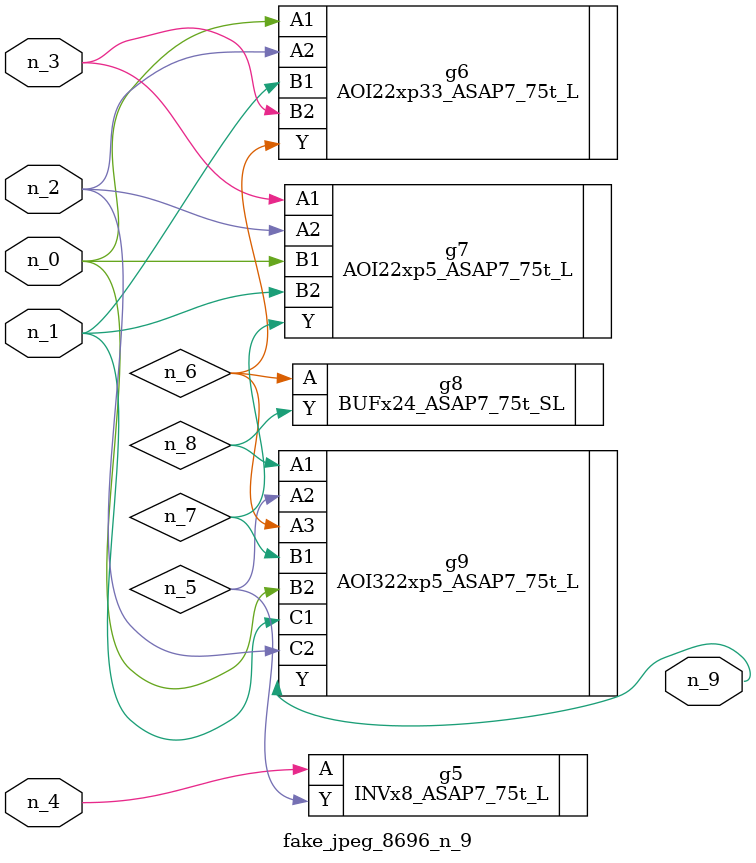
<source format=v>
module fake_jpeg_8696_n_9 (n_3, n_2, n_1, n_0, n_4, n_9);

input n_3;
input n_2;
input n_1;
input n_0;
input n_4;

output n_9;

wire n_8;
wire n_6;
wire n_5;
wire n_7;

INVx8_ASAP7_75t_L g5 ( 
.A(n_4),
.Y(n_5)
);

AOI22xp33_ASAP7_75t_L g6 ( 
.A1(n_0),
.A2(n_2),
.B1(n_1),
.B2(n_3),
.Y(n_6)
);

AOI22xp5_ASAP7_75t_L g7 ( 
.A1(n_3),
.A2(n_2),
.B1(n_0),
.B2(n_1),
.Y(n_7)
);

BUFx24_ASAP7_75t_SL g8 ( 
.A(n_6),
.Y(n_8)
);

AOI322xp5_ASAP7_75t_L g9 ( 
.A1(n_8),
.A2(n_5),
.A3(n_6),
.B1(n_7),
.B2(n_0),
.C1(n_1),
.C2(n_2),
.Y(n_9)
);


endmodule
</source>
